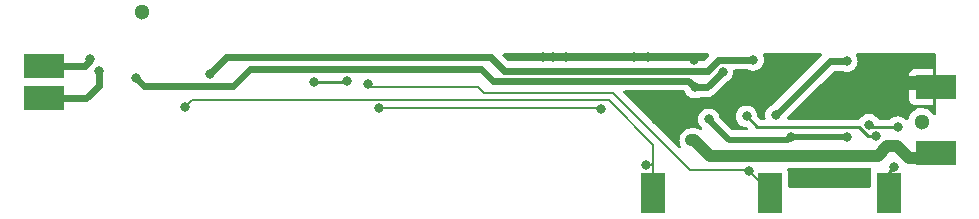
<source format=gbr>
%TF.GenerationSoftware,KiCad,Pcbnew,(6.0.6-0)*%
%TF.CreationDate,2022-10-02T14:33:38+02:00*%
%TF.ProjectId,Battery Extension PCB,42617474-6572-4792-9045-7874656e7369,rev?*%
%TF.SameCoordinates,Original*%
%TF.FileFunction,Copper,L2,Bot*%
%TF.FilePolarity,Positive*%
%FSLAX46Y46*%
G04 Gerber Fmt 4.6, Leading zero omitted, Abs format (unit mm)*
G04 Created by KiCad (PCBNEW (6.0.6-0)) date 2022-10-02 14:33:38*
%MOMM*%
%LPD*%
G01*
G04 APERTURE LIST*
%TA.AperFunction,SMDPad,CuDef*%
%ADD10R,2.000000X3.500000*%
%TD*%
%TA.AperFunction,SMDPad,CuDef*%
%ADD11R,3.500000X2.000000*%
%TD*%
%TA.AperFunction,ViaPad*%
%ADD12C,1.300000*%
%TD*%
%TA.AperFunction,ViaPad*%
%ADD13C,0.800000*%
%TD*%
%TA.AperFunction,Conductor*%
%ADD14C,0.700000*%
%TD*%
%TA.AperFunction,Conductor*%
%ADD15C,0.200000*%
%TD*%
%TA.AperFunction,Conductor*%
%ADD16C,0.150000*%
%TD*%
%TA.AperFunction,Conductor*%
%ADD17C,0.600000*%
%TD*%
%TA.AperFunction,Conductor*%
%ADD18C,1.000000*%
%TD*%
%TA.AperFunction,Conductor*%
%ADD19C,0.250000*%
%TD*%
%TA.AperFunction,Conductor*%
%ADD20C,0.550000*%
%TD*%
G04 APERTURE END LIST*
D10*
%TO.P,P4,1*%
%TO.N,IO27{slash}BATT CHARGING*%
X138252200Y-80721200D03*
%TD*%
%TO.P,P14,1*%
%TO.N,VBUS*%
X128244600Y-80721200D03*
%TD*%
D11*
%TO.P,P5,1*%
%TO.N,+5V*%
X142240000Y-77343000D03*
%TD*%
%TO.P,P6,1*%
%TO.N,GND*%
X142240000Y-71729600D03*
%TD*%
%TO.P,P9,1*%
%TO.N,-BATT*%
X66751200Y-72694800D03*
%TD*%
%TO.P,P8,1*%
%TO.N,+BATT*%
X66751200Y-69926200D03*
%TD*%
D10*
%TO.P,P10,1*%
%TO.N,IO26{slash}BATT VOLT*%
X118338600Y-80721200D03*
%TD*%
D12*
%TO.N,*%
X141071600Y-74676000D03*
X75031600Y-65430400D03*
D13*
%TO.N,GND*%
X118540936Y-74509315D03*
X130810000Y-79044800D03*
X136799194Y-71328406D03*
X117703600Y-73558400D03*
X121818400Y-69443600D03*
X121513600Y-74066400D03*
X110947200Y-69189600D03*
X108966000Y-69189600D03*
X134513194Y-71328406D03*
X135940800Y-79146400D03*
X131318000Y-69545200D03*
X120396000Y-73050400D03*
X117856000Y-69240400D03*
X116687600Y-69189600D03*
X124155200Y-73050400D03*
X138627989Y-73868411D03*
X109829600Y-69189600D03*
%TO.N,VBUS*%
X128727200Y-74117200D03*
X134721600Y-69545200D03*
X94183200Y-71526400D03*
X126414017Y-78817983D03*
%TO.N,+BATT*%
X80772000Y-70662800D03*
X89611200Y-71308300D03*
X70662800Y-69342000D03*
X92405200Y-71272400D03*
X126796800Y-69443600D03*
%TO.N,-BATT*%
X74523600Y-71018400D03*
X123037600Y-74472800D03*
X124206000Y-70459600D03*
X129997200Y-75946000D03*
X71374000Y-70358000D03*
X134772400Y-75946000D03*
X121869200Y-71780400D03*
%TO.N,+5V*%
X140004800Y-77774800D03*
X121564400Y-76250800D03*
%TO.N,IO26{slash}BATT VOLT*%
X78689200Y-73406000D03*
X117754400Y-78384400D03*
%TO.N,Net-(R8-Pad1)*%
X137174900Y-75857700D03*
X126238000Y-74218800D03*
%TO.N,IO27{slash}BATT CHARGING*%
X138684000Y-78486000D03*
X139039600Y-75133200D03*
X136601200Y-74930000D03*
%TO.N,Net-(R9-Pad1)*%
X95148400Y-73546700D03*
X113926879Y-73585132D03*
%TD*%
D14*
%TO.N,GND*%
X117856000Y-69240400D02*
X117805200Y-69189600D01*
D15*
%TO.N,VBUS*%
X94183200Y-71526400D02*
X94183200Y-71628000D01*
X94183200Y-71628000D02*
X94284800Y-71729600D01*
X94284800Y-71729600D02*
X103530400Y-71729600D01*
X104038400Y-72237600D02*
X114960400Y-72237600D01*
X103530400Y-71729600D02*
X104038400Y-72237600D01*
X114960400Y-72237600D02*
X121462800Y-78740000D01*
X121462800Y-78740000D02*
X126336033Y-78740000D01*
X126336033Y-78740000D02*
X126414017Y-78817983D01*
D16*
%TO.N,IO26{slash}BATT VOLT*%
X79248000Y-72847200D02*
X114554000Y-72847200D01*
X114554000Y-72847200D02*
X118338600Y-76631800D01*
D17*
%TO.N,GND*%
X131470400Y-79705200D02*
X135382000Y-79705200D01*
D18*
X136799194Y-71328406D02*
X141838806Y-71328406D01*
D17*
X117703600Y-73558400D02*
X119888000Y-73558400D01*
X135382000Y-79705200D02*
X135940800Y-79146400D01*
X141838806Y-71328406D02*
X142240000Y-71729600D01*
D14*
X117805200Y-69189600D02*
X116687600Y-69189600D01*
D17*
X131318000Y-69545200D02*
X127812800Y-73050400D01*
X124155200Y-73050400D02*
X120396000Y-73050400D01*
X119888000Y-73558400D02*
X120396000Y-73050400D01*
X130810000Y-79044800D02*
X131470400Y-79705200D01*
X127812800Y-73050400D02*
X124155200Y-73050400D01*
D15*
%TO.N,VBUS*%
X126414017Y-78817983D02*
X128270000Y-80673967D01*
D17*
X134721600Y-69545200D02*
X133299200Y-69545200D01*
X133299200Y-69545200D02*
X128727200Y-74117200D01*
%TO.N,+BATT*%
X70662800Y-69342000D02*
X70662800Y-69443600D01*
D19*
X92369300Y-71308300D02*
X89611200Y-71308300D01*
D17*
X123849003Y-69443600D02*
X126796800Y-69443600D01*
X80772000Y-70662800D02*
X82194400Y-69240400D01*
D19*
X92405200Y-71272400D02*
X92369300Y-71308300D01*
D17*
X122934603Y-70358000D02*
X123849003Y-69443600D01*
X105718893Y-70358000D02*
X122934603Y-70358000D01*
X82194400Y-69240400D02*
X104601293Y-69240400D01*
X70662800Y-69443600D02*
X70180200Y-69926200D01*
X70180200Y-69926200D02*
X68021200Y-69926200D01*
X104601293Y-69240400D02*
X105718893Y-70358000D01*
%TO.N,-BATT*%
X71374000Y-71628000D02*
X70307200Y-72694800D01*
X122885200Y-71780400D02*
X121869200Y-71780400D01*
D20*
X124714000Y-76200000D02*
X123037600Y-74523600D01*
X123037600Y-74523600D02*
X123037600Y-74472800D01*
D17*
X70307200Y-72694800D02*
X68021200Y-72694800D01*
X124206000Y-70459600D02*
X122885200Y-71780400D01*
X104749600Y-71221600D02*
X121310400Y-71221600D01*
X82753200Y-71678800D02*
X84175600Y-70256400D01*
D20*
X134772400Y-75946000D02*
X129997200Y-75946000D01*
X129997200Y-75946000D02*
X129743200Y-76200000D01*
D17*
X84175600Y-70256400D02*
X103784400Y-70256400D01*
X74523600Y-71018400D02*
X75184000Y-71678800D01*
X103784400Y-70256400D02*
X104749600Y-71221600D01*
D20*
X129743200Y-76200000D02*
X124714000Y-76200000D01*
D17*
X71374000Y-70358000D02*
X71374000Y-71628000D01*
X75184000Y-71678800D02*
X82753200Y-71678800D01*
X121310400Y-71221600D02*
X121869200Y-71780400D01*
D18*
%TO.N,+5V*%
X138156835Y-76758800D02*
X138988800Y-76758800D01*
D17*
X141870230Y-77774800D02*
X142499615Y-77145415D01*
D18*
X123121600Y-77554000D02*
X137361635Y-77554000D01*
X121818400Y-76250800D02*
X123121600Y-77554000D01*
X137361635Y-77554000D02*
X138156835Y-76758800D01*
X140004800Y-77774800D02*
X141870230Y-77774800D01*
X121564400Y-76250800D02*
X121818400Y-76250800D01*
X138988800Y-76758800D02*
X140004800Y-77774800D01*
D15*
%TO.N,IO26{slash}BATT VOLT*%
X78689200Y-73406000D02*
X79248000Y-72847200D01*
X118110000Y-78384400D02*
X117754400Y-78384400D01*
X118338600Y-78155800D02*
X118338600Y-80673967D01*
X118338600Y-78155800D02*
X118110000Y-78384400D01*
X118338600Y-76631800D02*
X118338600Y-78155800D01*
D19*
%TO.N,Net-(R8-Pad1)*%
X127152400Y-75133200D02*
X135779095Y-75133200D01*
X136503595Y-75857700D02*
X137174900Y-75857700D01*
X135779095Y-75133200D02*
X136503595Y-75857700D01*
X126238000Y-74218800D02*
X127152400Y-75133200D01*
%TO.N,IO27{slash}BATT CHARGING*%
X138684000Y-78486000D02*
X138252200Y-78917800D01*
X136804400Y-75133200D02*
X136601200Y-74930000D01*
X139039600Y-75133200D02*
X136804400Y-75133200D01*
X138252200Y-78917800D02*
X138252200Y-80648967D01*
%TO.N,Net-(R9-Pad1)*%
X114096800Y-73755053D02*
X113926879Y-73585132D01*
D16*
X95148400Y-73546700D02*
X113881900Y-73546700D01*
D19*
X114096800Y-73761600D02*
X114096800Y-73755053D01*
D16*
X113881900Y-73546700D02*
X114096800Y-73761600D01*
%TD*%
%TA.AperFunction,Conductor*%
%TO.N,GND*%
G36*
X136748637Y-78582502D02*
G01*
X136795130Y-78636158D01*
X136805234Y-78706432D01*
X136798498Y-78732729D01*
X136750455Y-78860884D01*
X136743700Y-78923066D01*
X136743700Y-80139467D01*
X136723698Y-80207588D01*
X136670042Y-80254081D01*
X136617700Y-80265467D01*
X129879100Y-80265467D01*
X129810979Y-80245465D01*
X129764486Y-80191809D01*
X129753100Y-80139467D01*
X129753100Y-78923066D01*
X129746345Y-78860884D01*
X129698302Y-78732729D01*
X129693119Y-78661922D01*
X129727040Y-78599554D01*
X129789295Y-78565424D01*
X129816284Y-78562500D01*
X136680516Y-78562500D01*
X136748637Y-78582502D01*
G37*
%TD.AperFunction*%
%TA.AperFunction,Conductor*%
G36*
X132579640Y-68905302D02*
G01*
X132626133Y-68958958D01*
X132636237Y-69029232D01*
X132606743Y-69093812D01*
X132600614Y-69100395D01*
X130536511Y-71164497D01*
X128475288Y-73225720D01*
X128437442Y-73251732D01*
X128276478Y-73323397D01*
X128276476Y-73323398D01*
X128270448Y-73326082D01*
X128265107Y-73329962D01*
X128265106Y-73329963D01*
X128233824Y-73352691D01*
X128115947Y-73438334D01*
X128111526Y-73443244D01*
X128111525Y-73443245D01*
X128045905Y-73516124D01*
X127988160Y-73580256D01*
X127955279Y-73637208D01*
X127900675Y-73731785D01*
X127892673Y-73745644D01*
X127833658Y-73927272D01*
X127832968Y-73933833D01*
X127832968Y-73933835D01*
X127822290Y-74035435D01*
X127813696Y-74117200D01*
X127814386Y-74123765D01*
X127831983Y-74291188D01*
X127833658Y-74307128D01*
X127835697Y-74313403D01*
X127835698Y-74313408D01*
X127842637Y-74334762D01*
X127844666Y-74405729D01*
X127808005Y-74466528D01*
X127744293Y-74497854D01*
X127722805Y-74499700D01*
X127466994Y-74499700D01*
X127398873Y-74479698D01*
X127377899Y-74462795D01*
X127185122Y-74270018D01*
X127151096Y-74207706D01*
X127148907Y-74194093D01*
X127132232Y-74035435D01*
X127132232Y-74035433D01*
X127131542Y-74028872D01*
X127072527Y-73847244D01*
X127053177Y-73813728D01*
X127013868Y-73745644D01*
X126977040Y-73681856D01*
X126929719Y-73629300D01*
X126853675Y-73544845D01*
X126853674Y-73544844D01*
X126849253Y-73539934D01*
X126694752Y-73427682D01*
X126688724Y-73424998D01*
X126688722Y-73424997D01*
X126526319Y-73352691D01*
X126526318Y-73352691D01*
X126520288Y-73350006D01*
X126414242Y-73327465D01*
X126339944Y-73311672D01*
X126339939Y-73311672D01*
X126333487Y-73310300D01*
X126142513Y-73310300D01*
X126136061Y-73311672D01*
X126136056Y-73311672D01*
X126061758Y-73327465D01*
X125955712Y-73350006D01*
X125949682Y-73352691D01*
X125949681Y-73352691D01*
X125787278Y-73424997D01*
X125787276Y-73424998D01*
X125781248Y-73427682D01*
X125626747Y-73539934D01*
X125622326Y-73544844D01*
X125622325Y-73544845D01*
X125546282Y-73629300D01*
X125498960Y-73681856D01*
X125462132Y-73745644D01*
X125422824Y-73813728D01*
X125403473Y-73847244D01*
X125344458Y-74028872D01*
X125343768Y-74035433D01*
X125343768Y-74035435D01*
X125341007Y-74061708D01*
X125324496Y-74218800D01*
X125325186Y-74225365D01*
X125334440Y-74313408D01*
X125344458Y-74408728D01*
X125403473Y-74590356D01*
X125498960Y-74755744D01*
X125503378Y-74760651D01*
X125503379Y-74760652D01*
X125591037Y-74858006D01*
X125626747Y-74897666D01*
X125781248Y-75009918D01*
X125787276Y-75012602D01*
X125787278Y-75012603D01*
X125903554Y-75064372D01*
X125955712Y-75087594D01*
X126049112Y-75107447D01*
X126136056Y-75125928D01*
X126136061Y-75125928D01*
X126142513Y-75127300D01*
X126198405Y-75127300D01*
X126266526Y-75147302D01*
X126287500Y-75164205D01*
X126324700Y-75201405D01*
X126358726Y-75263717D01*
X126353661Y-75334532D01*
X126311114Y-75391368D01*
X126244594Y-75416179D01*
X126235605Y-75416500D01*
X125090726Y-75416500D01*
X125022605Y-75396498D01*
X125001631Y-75379595D01*
X123963719Y-74341683D01*
X123931690Y-74282694D01*
X123931142Y-74282872D01*
X123872127Y-74101244D01*
X123776640Y-73935856D01*
X123726037Y-73879655D01*
X123653275Y-73798845D01*
X123653274Y-73798844D01*
X123648853Y-73793934D01*
X123494352Y-73681682D01*
X123488324Y-73678998D01*
X123488322Y-73678997D01*
X123325919Y-73606691D01*
X123325918Y-73606691D01*
X123319888Y-73604006D01*
X123208154Y-73580256D01*
X123139544Y-73565672D01*
X123139539Y-73565672D01*
X123133087Y-73564300D01*
X122942113Y-73564300D01*
X122935661Y-73565672D01*
X122935656Y-73565672D01*
X122867046Y-73580256D01*
X122755312Y-73604006D01*
X122749282Y-73606691D01*
X122749281Y-73606691D01*
X122586878Y-73678997D01*
X122586876Y-73678998D01*
X122580848Y-73681682D01*
X122426347Y-73793934D01*
X122421926Y-73798844D01*
X122421925Y-73798845D01*
X122349164Y-73879655D01*
X122298560Y-73935856D01*
X122203073Y-74101244D01*
X122144058Y-74282872D01*
X122143368Y-74289433D01*
X122143368Y-74289435D01*
X122139268Y-74328446D01*
X122124096Y-74472800D01*
X122124786Y-74479365D01*
X122143327Y-74655769D01*
X122144058Y-74662728D01*
X122203073Y-74844356D01*
X122298560Y-75009744D01*
X122426347Y-75151666D01*
X122426490Y-75151770D01*
X122462476Y-75210184D01*
X122461124Y-75281168D01*
X122421609Y-75340152D01*
X122356478Y-75368409D01*
X122280225Y-75353788D01*
X122223014Y-75322336D01*
X122223012Y-75322335D01*
X122217613Y-75319367D01*
X122212531Y-75317755D01*
X122207837Y-75315238D01*
X122118869Y-75288038D01*
X122117841Y-75287718D01*
X122029094Y-75259565D01*
X122023798Y-75258971D01*
X122018702Y-75257413D01*
X121926143Y-75248010D01*
X121925007Y-75247889D01*
X121891392Y-75244119D01*
X121878670Y-75242692D01*
X121878666Y-75242692D01*
X121875173Y-75242300D01*
X121871646Y-75242300D01*
X121870661Y-75242245D01*
X121864981Y-75241798D01*
X121835575Y-75238811D01*
X121828063Y-75238048D01*
X121828061Y-75238048D01*
X121821938Y-75237426D01*
X121782501Y-75241154D01*
X121776291Y-75241741D01*
X121764433Y-75242300D01*
X121514631Y-75242300D01*
X121511575Y-75242600D01*
X121511568Y-75242600D01*
X121456315Y-75248018D01*
X121367567Y-75256720D01*
X121361666Y-75258502D01*
X121361664Y-75258502D01*
X121314364Y-75272783D01*
X121178231Y-75313884D01*
X121003604Y-75406734D01*
X120968167Y-75435636D01*
X120855113Y-75527840D01*
X120855110Y-75527843D01*
X120850338Y-75531735D01*
X120846411Y-75536482D01*
X120846409Y-75536484D01*
X120728199Y-75679375D01*
X120728197Y-75679379D01*
X120724270Y-75684125D01*
X120630202Y-75858099D01*
X120571718Y-76047032D01*
X120571074Y-76053157D01*
X120571074Y-76053158D01*
X120556908Y-76187945D01*
X120551045Y-76243725D01*
X120556933Y-76308420D01*
X120567746Y-76427233D01*
X120568970Y-76440688D01*
X120570708Y-76446594D01*
X120570709Y-76446598D01*
X120597188Y-76536566D01*
X120624810Y-76630419D01*
X120627667Y-76635883D01*
X120627669Y-76635889D01*
X120693623Y-76762047D01*
X120707458Y-76831683D01*
X120681448Y-76897744D01*
X120623852Y-76939256D01*
X120552957Y-76943039D01*
X120492867Y-76909518D01*
X115828544Y-72245195D01*
X115794518Y-72182883D01*
X115799583Y-72112068D01*
X115842130Y-72055232D01*
X115908650Y-72030421D01*
X115917639Y-72030100D01*
X120903535Y-72030100D01*
X120971656Y-72050102D01*
X121018149Y-72103758D01*
X121023368Y-72117163D01*
X121034673Y-72151956D01*
X121130160Y-72317344D01*
X121134578Y-72322251D01*
X121134579Y-72322252D01*
X121226711Y-72424575D01*
X121257947Y-72459266D01*
X121353104Y-72528402D01*
X121386973Y-72553009D01*
X121412448Y-72571518D01*
X121418476Y-72574202D01*
X121418478Y-72574203D01*
X121546568Y-72631232D01*
X121586912Y-72649194D01*
X121680312Y-72669047D01*
X121767256Y-72687528D01*
X121767261Y-72687528D01*
X121773713Y-72688900D01*
X121964687Y-72688900D01*
X121971139Y-72687528D01*
X121971144Y-72687528D01*
X122058088Y-72669047D01*
X122151488Y-72649194D01*
X122191832Y-72631232D01*
X122262445Y-72599793D01*
X122313694Y-72588900D01*
X122875986Y-72588900D01*
X122877306Y-72588907D01*
X122967421Y-72589851D01*
X123009797Y-72580689D01*
X123022363Y-72578631D01*
X123065455Y-72573797D01*
X123072106Y-72571481D01*
X123072110Y-72571480D01*
X123097130Y-72562767D01*
X123111942Y-72558604D01*
X123137819Y-72553009D01*
X123144710Y-72551519D01*
X123184013Y-72533192D01*
X123195789Y-72528410D01*
X123236752Y-72514145D01*
X123242727Y-72510411D01*
X123242730Y-72510410D01*
X123265195Y-72496373D01*
X123278712Y-72489034D01*
X123302714Y-72477841D01*
X123302715Y-72477840D01*
X123309102Y-72474862D01*
X123330668Y-72458134D01*
X123343353Y-72448294D01*
X123353812Y-72440998D01*
X123384604Y-72421758D01*
X123384607Y-72421756D01*
X123390576Y-72418026D01*
X123398683Y-72409976D01*
X123419379Y-72389424D01*
X123420004Y-72388839D01*
X123420670Y-72388322D01*
X123446660Y-72362332D01*
X123519282Y-72290215D01*
X123519940Y-72289178D01*
X123521043Y-72287949D01*
X124457912Y-71351080D01*
X124495758Y-71325068D01*
X124656722Y-71253403D01*
X124656724Y-71253402D01*
X124662752Y-71250718D01*
X124676241Y-71240918D01*
X124769852Y-71172905D01*
X124817253Y-71138466D01*
X124821675Y-71133555D01*
X124940621Y-71001452D01*
X124940622Y-71001451D01*
X124945040Y-70996544D01*
X125028023Y-70852814D01*
X125037223Y-70836879D01*
X125037224Y-70836878D01*
X125040527Y-70831156D01*
X125099542Y-70649528D01*
X125100426Y-70641123D01*
X125118814Y-70466165D01*
X125119504Y-70459600D01*
X125112322Y-70391270D01*
X125125094Y-70321433D01*
X125173596Y-70269586D01*
X125237632Y-70252100D01*
X126352306Y-70252100D01*
X126403555Y-70262993D01*
X126481125Y-70297529D01*
X126514512Y-70312394D01*
X126607913Y-70332247D01*
X126694856Y-70350728D01*
X126694861Y-70350728D01*
X126701313Y-70352100D01*
X126892287Y-70352100D01*
X126898739Y-70350728D01*
X126898744Y-70350728D01*
X126985687Y-70332247D01*
X127079088Y-70312394D01*
X127085119Y-70309709D01*
X127247522Y-70237403D01*
X127247524Y-70237402D01*
X127253552Y-70234718D01*
X127267483Y-70224597D01*
X127353923Y-70161794D01*
X127408053Y-70122466D01*
X127418132Y-70111272D01*
X127531421Y-69985452D01*
X127531422Y-69985451D01*
X127535840Y-69980544D01*
X127631327Y-69815156D01*
X127690342Y-69633528D01*
X127705229Y-69491891D01*
X127709614Y-69450165D01*
X127710304Y-69443600D01*
X127709614Y-69437035D01*
X127691032Y-69260235D01*
X127691032Y-69260233D01*
X127690342Y-69253672D01*
X127631327Y-69072044D01*
X127628022Y-69066319D01*
X127626344Y-69062551D01*
X127616909Y-68992184D01*
X127647014Y-68927886D01*
X127707102Y-68890072D01*
X127741450Y-68885300D01*
X132511519Y-68885300D01*
X132579640Y-68905302D01*
G37*
%TD.AperFunction*%
%TA.AperFunction,Conductor*%
G36*
X142233236Y-68905302D02*
G01*
X142279729Y-68958958D01*
X142291115Y-69011300D01*
X142291115Y-73993587D01*
X142271113Y-74061708D01*
X142217457Y-74108201D01*
X142147183Y-74118305D01*
X142082603Y-74088811D01*
X142064481Y-74067445D01*
X142063615Y-74068092D01*
X141939674Y-73902114D01*
X141936222Y-73897491D01*
X141779871Y-73752963D01*
X141599801Y-73639347D01*
X141402041Y-73560449D01*
X141396381Y-73559323D01*
X141396377Y-73559322D01*
X141198882Y-73520038D01*
X141198880Y-73520038D01*
X141193215Y-73518911D01*
X141187440Y-73518835D01*
X141187436Y-73518835D01*
X141080761Y-73517439D01*
X140980316Y-73516124D01*
X140974619Y-73517103D01*
X140974618Y-73517103D01*
X140776164Y-73551203D01*
X140776161Y-73551204D01*
X140770474Y-73552181D01*
X140570716Y-73625875D01*
X140387734Y-73734739D01*
X140227654Y-73875125D01*
X140095838Y-74042333D01*
X140093149Y-74047444D01*
X140093147Y-74047447D01*
X140064843Y-74101244D01*
X139996700Y-74230762D01*
X139994986Y-74236283D01*
X139994984Y-74236287D01*
X139966368Y-74328446D01*
X139933561Y-74434102D01*
X139932882Y-74439841D01*
X139931286Y-74453324D01*
X139903416Y-74518622D01*
X139844668Y-74558486D01*
X139773693Y-74560260D01*
X139712523Y-74522826D01*
X139708738Y-74518622D01*
X139650853Y-74454334D01*
X139496352Y-74342082D01*
X139490324Y-74339398D01*
X139490322Y-74339397D01*
X139327919Y-74267091D01*
X139327918Y-74267091D01*
X139321888Y-74264406D01*
X139228488Y-74244553D01*
X139141544Y-74226072D01*
X139141539Y-74226072D01*
X139135087Y-74224700D01*
X138944113Y-74224700D01*
X138937661Y-74226072D01*
X138937656Y-74226072D01*
X138850712Y-74244553D01*
X138757312Y-74264406D01*
X138751282Y-74267091D01*
X138751281Y-74267091D01*
X138588878Y-74339397D01*
X138588876Y-74339398D01*
X138582848Y-74342082D01*
X138577507Y-74345962D01*
X138577506Y-74345963D01*
X138504818Y-74398774D01*
X138428347Y-74454334D01*
X138423932Y-74459237D01*
X138419020Y-74463660D01*
X138417895Y-74462411D01*
X138364586Y-74495251D01*
X138331400Y-74499700D01*
X137474557Y-74499700D01*
X137406436Y-74479698D01*
X137365438Y-74436700D01*
X137343541Y-74398774D01*
X137340240Y-74393056D01*
X137242591Y-74284605D01*
X137216875Y-74256045D01*
X137216874Y-74256044D01*
X137212453Y-74251134D01*
X137057952Y-74138882D01*
X137051924Y-74136198D01*
X137051922Y-74136197D01*
X136889519Y-74063891D01*
X136889518Y-74063891D01*
X136883488Y-74061206D01*
X136790087Y-74041353D01*
X136703144Y-74022872D01*
X136703139Y-74022872D01*
X136696687Y-74021500D01*
X136505713Y-74021500D01*
X136499261Y-74022872D01*
X136499256Y-74022872D01*
X136412313Y-74041353D01*
X136318912Y-74061206D01*
X136312882Y-74063891D01*
X136312881Y-74063891D01*
X136150478Y-74136197D01*
X136150476Y-74136198D01*
X136144448Y-74138882D01*
X135989947Y-74251134D01*
X135985526Y-74256044D01*
X135985525Y-74256045D01*
X135959810Y-74284605D01*
X135862160Y-74393056D01*
X135841651Y-74428579D01*
X135836962Y-74436700D01*
X135785579Y-74485693D01*
X135727843Y-74499700D01*
X129792282Y-74499700D01*
X129724161Y-74479698D01*
X129677668Y-74426042D01*
X129667564Y-74355768D01*
X129697058Y-74291188D01*
X129703187Y-74284605D01*
X131213523Y-72774269D01*
X139982001Y-72774269D01*
X139982371Y-72781090D01*
X139987895Y-72831952D01*
X139991521Y-72847204D01*
X140036676Y-72967654D01*
X140045214Y-72983249D01*
X140121715Y-73085324D01*
X140134276Y-73097885D01*
X140236351Y-73174386D01*
X140251946Y-73182924D01*
X140372394Y-73228078D01*
X140387649Y-73231705D01*
X140438514Y-73237231D01*
X140445328Y-73237600D01*
X141967885Y-73237599D01*
X141983124Y-73233124D01*
X141984329Y-73231734D01*
X141986000Y-73224051D01*
X141986000Y-72001715D01*
X141981525Y-71986476D01*
X141980135Y-71985271D01*
X141972452Y-71983600D01*
X140000116Y-71983600D01*
X139984877Y-71988075D01*
X139983672Y-71989465D01*
X139982001Y-71997148D01*
X139982001Y-72774269D01*
X131213523Y-72774269D01*
X132530307Y-71457485D01*
X139982000Y-71457485D01*
X139986475Y-71472724D01*
X139987865Y-71473929D01*
X139995548Y-71475600D01*
X141967885Y-71475600D01*
X141983124Y-71471125D01*
X141984329Y-71469735D01*
X141986000Y-71462052D01*
X141986000Y-70239715D01*
X141981525Y-70224476D01*
X141980135Y-70223271D01*
X141972452Y-70221600D01*
X140445331Y-70221601D01*
X140438510Y-70221971D01*
X140387648Y-70227495D01*
X140372396Y-70231121D01*
X140251946Y-70276276D01*
X140236351Y-70284814D01*
X140134276Y-70361315D01*
X140121715Y-70373876D01*
X140045214Y-70475951D01*
X140036676Y-70491546D01*
X139991522Y-70611994D01*
X139987895Y-70627249D01*
X139982369Y-70678114D01*
X139982000Y-70684928D01*
X139982000Y-71457485D01*
X132530307Y-71457485D01*
X133597187Y-70390605D01*
X133659499Y-70356579D01*
X133686282Y-70353700D01*
X134277106Y-70353700D01*
X134328355Y-70364593D01*
X134439312Y-70413994D01*
X134532713Y-70433847D01*
X134619656Y-70452328D01*
X134619661Y-70452328D01*
X134626113Y-70453700D01*
X134817087Y-70453700D01*
X134823539Y-70452328D01*
X134823544Y-70452328D01*
X134910487Y-70433847D01*
X135003888Y-70413994D01*
X135093995Y-70373876D01*
X135172322Y-70339003D01*
X135172324Y-70339002D01*
X135178352Y-70336318D01*
X135198840Y-70321433D01*
X135286956Y-70257412D01*
X135332853Y-70224066D01*
X135388923Y-70161794D01*
X135456221Y-70087052D01*
X135456222Y-70087051D01*
X135460640Y-70082144D01*
X135556127Y-69916756D01*
X135615142Y-69735128D01*
X135625821Y-69633528D01*
X135634414Y-69551765D01*
X135635104Y-69545200D01*
X135627133Y-69469360D01*
X135615832Y-69361835D01*
X135615832Y-69361833D01*
X135615142Y-69355272D01*
X135556127Y-69173644D01*
X135547462Y-69158635D01*
X135498771Y-69074300D01*
X135482033Y-69005304D01*
X135505254Y-68938213D01*
X135561061Y-68894326D01*
X135607890Y-68885300D01*
X142165115Y-68885300D01*
X142233236Y-68905302D01*
G37*
%TD.AperFunction*%
%TA.AperFunction,Conductor*%
G36*
X123027842Y-68905302D02*
G01*
X123074335Y-68958958D01*
X123084439Y-69029232D01*
X123054945Y-69093812D01*
X123048816Y-69100395D01*
X122636616Y-69512595D01*
X122574304Y-69546621D01*
X122547521Y-69549500D01*
X106105975Y-69549500D01*
X106037854Y-69529498D01*
X106016880Y-69512595D01*
X105604680Y-69100395D01*
X105570654Y-69038083D01*
X105575719Y-68967268D01*
X105618266Y-68910432D01*
X105684786Y-68885621D01*
X105693775Y-68885300D01*
X122959721Y-68885300D01*
X123027842Y-68905302D01*
G37*
%TD.AperFunction*%
%TD*%
M02*

</source>
